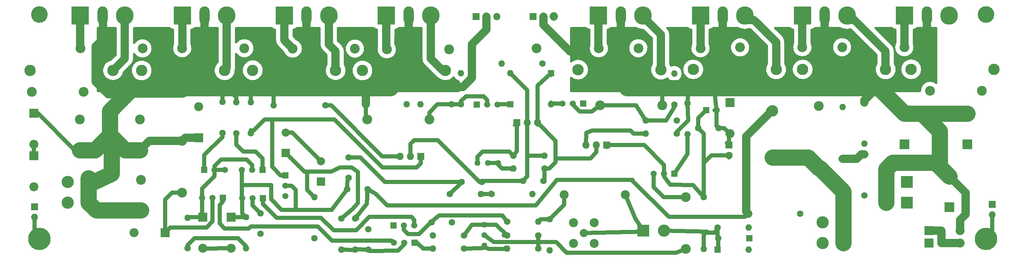
<source format=gbr>
G04 #@! TF.FileFunction,Copper,L2,Bot,Signal*
%FSLAX46Y46*%
G04 Gerber Fmt 4.6, Leading zero omitted, Abs format (unit mm)*
G04 Created by KiCad (PCBNEW 4.0.7) date 04/30/21 07:54:44*
%MOMM*%
%LPD*%
G01*
G04 APERTURE LIST*
%ADD10C,0.100000*%
%ADD11C,1.600000*%
%ADD12O,1.600000X1.600000*%
%ADD13R,2.400000X2.400000*%
%ADD14C,2.400000*%
%ADD15O,2.400000X2.400000*%
%ADD16C,1.520000*%
%ADD17R,1.520000X1.520000*%
%ADD18R,2.200000X2.200000*%
%ADD19O,2.200000X2.200000*%
%ADD20C,2.200000*%
%ADD21C,2.000000*%
%ADD22R,1.600000X1.600000*%
%ADD23R,2.000000X2.000000*%
%ADD24R,1.800000X1.800000*%
%ADD25C,1.800000*%
%ADD26C,1.440000*%
%ADD27C,2.800000*%
%ADD28O,2.800000X2.800000*%
%ADD29C,5.500000*%
%ADD30C,4.064000*%
%ADD31O,1.800000X1.800000*%
%ADD32R,1.700000X1.700000*%
%ADD33O,1.700000X1.700000*%
%ADD34R,3.000000X3.000000*%
%ADD35C,3.000000*%
%ADD36R,4.300000X4.500000*%
%ADD37O,2.500000X4.500000*%
%ADD38O,4.300000X4.500000*%
%ADD39C,1.000000*%
%ADD40C,0.500000*%
%ADD41C,2.000000*%
%ADD42C,4.000000*%
G04 APERTURE END LIST*
D10*
D11*
X66280000Y-104300000D03*
D12*
X66280000Y-96800000D03*
D13*
X54825000Y-95000000D03*
D14*
X54825000Y-87500000D03*
X151850000Y-55300000D03*
D15*
X167090000Y-55300000D03*
D16*
X183060000Y-86000000D03*
X180520000Y-86000000D03*
D17*
X185600000Y-86000000D03*
D16*
X72940000Y-85100000D03*
X75480000Y-85100000D03*
D17*
X70400000Y-85100000D03*
D11*
X100100000Y-69250000D03*
D12*
X87400000Y-69250000D03*
D18*
X199200000Y-68600000D03*
D19*
X199200000Y-76220000D03*
D13*
X54625000Y-80250000D03*
D14*
X54625000Y-72750000D03*
D20*
X160880000Y-103070000D03*
X160880000Y-97990000D03*
X165960000Y-97990000D03*
X165960000Y-103070000D03*
D21*
X163420000Y-100530000D03*
D22*
X193400000Y-70400000D03*
D11*
X195900000Y-70400000D03*
D16*
X119340000Y-98700000D03*
X121880000Y-98700000D03*
D17*
X116800000Y-98700000D03*
D11*
X186200000Y-73000000D03*
D12*
X178580000Y-73000000D03*
D11*
X84180000Y-100750000D03*
X84180000Y-95750000D03*
X196400000Y-74800000D03*
X191400000Y-74800000D03*
X110600000Y-104600000D03*
X110600000Y-99600000D03*
D23*
X90350000Y-80900000D03*
D21*
X90350000Y-75900000D03*
D23*
X99000000Y-87950000D03*
D21*
X99000000Y-82950000D03*
D11*
X105750000Y-87050000D03*
X105750000Y-82050000D03*
X153250000Y-59000000D03*
D12*
X143250000Y-59000000D03*
D11*
X232200000Y-91300000D03*
D12*
X232200000Y-81300000D03*
D11*
X110000000Y-69000000D03*
D12*
X120000000Y-69000000D03*
D13*
X257400000Y-78800000D03*
D14*
X257400000Y-71300000D03*
D11*
X232200000Y-68600000D03*
D12*
X232200000Y-78600000D03*
D18*
X60800000Y-100470000D03*
D19*
X53180000Y-100470000D03*
D24*
X199000000Y-79000000D03*
D25*
X199000000Y-81540000D03*
D22*
X145400000Y-69000000D03*
D12*
X145400000Y-61380000D03*
D22*
X155400000Y-61400000D03*
D12*
X155400000Y-69020000D03*
D18*
X68975000Y-77200000D03*
D19*
X68975000Y-69580000D03*
D11*
X144600000Y-97800000D03*
D12*
X152220000Y-97800000D03*
D11*
X155000000Y-97200000D03*
D12*
X155000000Y-104820000D03*
D11*
X78250000Y-76100000D03*
D12*
X78250000Y-68480000D03*
D11*
X74850000Y-76050000D03*
D12*
X74850000Y-68430000D03*
D11*
X80630000Y-96710000D03*
D12*
X80630000Y-104330000D03*
D11*
X134000000Y-101200000D03*
D12*
X126380000Y-101200000D03*
D11*
X134000000Y-104400000D03*
D12*
X126380000Y-104400000D03*
D11*
X152200000Y-101200000D03*
D12*
X144580000Y-101200000D03*
D11*
X152200000Y-104400000D03*
D12*
X144580000Y-104400000D03*
D26*
X139000000Y-103600000D03*
X139000000Y-101060000D03*
X139000000Y-98520000D03*
D14*
X188400000Y-91800000D03*
D15*
X188400000Y-104500000D03*
D11*
X188850000Y-68750000D03*
D12*
X188850000Y-76370000D03*
D14*
X64925000Y-90700000D03*
D15*
X64925000Y-78000000D03*
D11*
X107400000Y-97000000D03*
D12*
X107400000Y-104620000D03*
D11*
X104000000Y-97000000D03*
D12*
X104000000Y-104620000D03*
D11*
X192800000Y-91800000D03*
D12*
X192800000Y-104500000D03*
D11*
X81750000Y-76100000D03*
D12*
X81750000Y-68480000D03*
D11*
X146100000Y-81600000D03*
D12*
X153720000Y-81600000D03*
D26*
X142400000Y-83400000D03*
X139860000Y-83400000D03*
X137320000Y-83400000D03*
D11*
X153750000Y-84750000D03*
D12*
X146130000Y-84750000D03*
D11*
X186200000Y-76200000D03*
D12*
X178580000Y-76200000D03*
D11*
X131000000Y-69000000D03*
D12*
X123380000Y-69000000D03*
D14*
X182600000Y-69200000D03*
D15*
X167360000Y-69200000D03*
D11*
X133250000Y-69000000D03*
D12*
X133250000Y-61380000D03*
D11*
X185560000Y-69070000D03*
D12*
X185560000Y-61450000D03*
D14*
X28150000Y-65950000D03*
D15*
X40850000Y-65950000D03*
D14*
X260950000Y-65700000D03*
D15*
X248250000Y-65700000D03*
D11*
X226800000Y-82400000D03*
D12*
X226800000Y-69700000D03*
D27*
X27700000Y-60650000D03*
D28*
X48020000Y-60650000D03*
D27*
X263950000Y-60400000D03*
D28*
X243630000Y-60400000D03*
D27*
X55050000Y-60700000D03*
D28*
X75370000Y-60700000D03*
D27*
X237350000Y-60450000D03*
D28*
X217030000Y-60450000D03*
D27*
X82250000Y-60650000D03*
D28*
X102570000Y-60650000D03*
D27*
X210550000Y-60450000D03*
D28*
X190230000Y-60450000D03*
D27*
X109150000Y-60700000D03*
D28*
X129470000Y-60700000D03*
D27*
X182300000Y-60500000D03*
D28*
X161980000Y-60500000D03*
D29*
X262000000Y-102000000D03*
D30*
X262000000Y-47000000D03*
D29*
X30000000Y-102000000D03*
D30*
X30000000Y-47000000D03*
D13*
X39850000Y-80250000D03*
D14*
X39850000Y-72750000D03*
D13*
X242000000Y-78800000D03*
D14*
X242000000Y-71300000D03*
D13*
X253000000Y-94200000D03*
D14*
X253000000Y-86700000D03*
X125550000Y-72700000D03*
D15*
X110310000Y-72700000D03*
D20*
X158600000Y-91200000D03*
X173600000Y-91200000D03*
D24*
X123450000Y-81750000D03*
D31*
X120910000Y-81750000D03*
X118370000Y-81750000D03*
D24*
X147000000Y-73500000D03*
D31*
X149540000Y-73500000D03*
X152080000Y-73500000D03*
D24*
X169000000Y-79000000D03*
D31*
X166460000Y-79000000D03*
X163920000Y-79000000D03*
D24*
X137000000Y-47500000D03*
D31*
X139540000Y-47500000D03*
X142080000Y-47500000D03*
D24*
X151000000Y-47500000D03*
D31*
X153540000Y-47500000D03*
X156080000Y-47500000D03*
D27*
X209600000Y-82000000D03*
X209600000Y-70570000D03*
D14*
X221000000Y-69400000D03*
D15*
X221000000Y-84640000D03*
D16*
X119360000Y-102900000D03*
X116820000Y-102900000D03*
D17*
X121900000Y-102900000D03*
D16*
X82110000Y-85050000D03*
X79570000Y-85050000D03*
D17*
X84650000Y-85050000D03*
D16*
X82210000Y-92000000D03*
X79670000Y-92000000D03*
D17*
X84750000Y-92000000D03*
D16*
X72410000Y-91950000D03*
X69870000Y-91950000D03*
D17*
X74950000Y-91950000D03*
D16*
X90300000Y-88990000D03*
X90300000Y-91530000D03*
D17*
X90300000Y-86450000D03*
D16*
X139740000Y-69100000D03*
X142280000Y-69100000D03*
D17*
X137200000Y-69100000D03*
D16*
X160660000Y-68800000D03*
X158120000Y-68800000D03*
D17*
X163200000Y-68800000D03*
D18*
X28600000Y-71200000D03*
D19*
X28600000Y-78820000D03*
D18*
X248000000Y-100000000D03*
D19*
X255620000Y-100000000D03*
D18*
X28600000Y-81600000D03*
D19*
X28600000Y-89220000D03*
D18*
X248000000Y-103000000D03*
D19*
X255620000Y-103000000D03*
D11*
X97350000Y-101800000D03*
D12*
X97350000Y-91800000D03*
D11*
X216400000Y-95800000D03*
D12*
X203700000Y-95800000D03*
D11*
X140800000Y-91000000D03*
D12*
X150800000Y-91000000D03*
D11*
X133400000Y-88000000D03*
X138400000Y-88000000D03*
X130600000Y-91000000D03*
D12*
X138220000Y-91000000D03*
D32*
X263460000Y-93540000D03*
D33*
X263460000Y-96080000D03*
D32*
X28770000Y-94110000D03*
D33*
X28770000Y-96650000D03*
D34*
X227000000Y-97900000D03*
D35*
X221920000Y-97900000D03*
D34*
X227000000Y-102980000D03*
D35*
X221920000Y-102980000D03*
D34*
X242600000Y-88000000D03*
D35*
X237520000Y-88000000D03*
D34*
X242600000Y-93080000D03*
D35*
X237520000Y-93080000D03*
D34*
X42000000Y-88000000D03*
D35*
X36920000Y-88000000D03*
D34*
X42000000Y-93080000D03*
D35*
X36920000Y-93080000D03*
D34*
X178000000Y-100000000D03*
D35*
X183080000Y-100000000D03*
D11*
X105400000Y-89800000D03*
X110400000Y-89800000D03*
D22*
X196200000Y-104600000D03*
D12*
X203820000Y-104600000D03*
D22*
X204000000Y-101800000D03*
D12*
X196380000Y-101800000D03*
D11*
X196200000Y-99200000D03*
D12*
X203820000Y-99200000D03*
D14*
X130350000Y-55550000D03*
D15*
X115110000Y-55550000D03*
D14*
X107300000Y-55350000D03*
D15*
X92060000Y-55350000D03*
D14*
X80200000Y-55250000D03*
D15*
X64960000Y-55250000D03*
D14*
X55250000Y-55300000D03*
D15*
X40010000Y-55300000D03*
D14*
X226700000Y-55000000D03*
D15*
X241940000Y-55000000D03*
D14*
X201700000Y-55050000D03*
D15*
X216940000Y-55050000D03*
D14*
X176750000Y-55250000D03*
D15*
X191990000Y-55250000D03*
D36*
X242000000Y-47200000D03*
D37*
X247450000Y-47200000D03*
D38*
X252900000Y-47200000D03*
D36*
X217000000Y-47200000D03*
D37*
X222450000Y-47200000D03*
D38*
X227900000Y-47200000D03*
D36*
X192000000Y-47200000D03*
D37*
X197450000Y-47200000D03*
D38*
X202900000Y-47200000D03*
D36*
X115000000Y-47200000D03*
D37*
X120450000Y-47200000D03*
D38*
X125900000Y-47200000D03*
D36*
X90000000Y-47200000D03*
D37*
X95450000Y-47200000D03*
D38*
X100900000Y-47200000D03*
D36*
X65000000Y-47200000D03*
D37*
X70450000Y-47200000D03*
D38*
X75900000Y-47200000D03*
D36*
X40000000Y-47200000D03*
D37*
X45450000Y-47200000D03*
D38*
X50900000Y-47200000D03*
D36*
X167000000Y-47200000D03*
D37*
X172450000Y-47200000D03*
D38*
X177900000Y-47200000D03*
D11*
X153500000Y-87750000D03*
X148500000Y-87750000D03*
X131100000Y-97900000D03*
X126100000Y-97900000D03*
D18*
X76930000Y-96700000D03*
D19*
X76930000Y-104320000D03*
D18*
X70060000Y-96680000D03*
D19*
X70060000Y-104300000D03*
D39*
X155000000Y-97200000D02*
X152820000Y-97200000D01*
X152820000Y-97200000D02*
X152220000Y-97800000D01*
X158600000Y-91200000D02*
X158600000Y-93600000D01*
X158600000Y-93600000D02*
X155000000Y-97200000D01*
X163420000Y-100530000D02*
X177800000Y-100200000D01*
X177800000Y-100200000D02*
X178000000Y-100000000D01*
X173600000Y-91200000D02*
X176000000Y-97000000D01*
X176000000Y-97000000D02*
X178000000Y-100000000D01*
X221500000Y-103400000D02*
X221920000Y-102980000D01*
X126300000Y-98000000D02*
X125850000Y-98000000D01*
X125850000Y-98000000D02*
X123000000Y-100850000D01*
X119340000Y-99840000D02*
X119340000Y-98700000D01*
X120350000Y-100850000D02*
X119340000Y-99840000D01*
X123000000Y-100850000D02*
X120350000Y-100850000D01*
X126300000Y-97570000D02*
X127945000Y-96245000D01*
X127945000Y-96245000D02*
X143445000Y-96245000D01*
X143445000Y-96245000D02*
X144600000Y-97800000D01*
X126300000Y-98000000D02*
X126300000Y-97570000D01*
X126300000Y-98000000D02*
X126300000Y-97950000D01*
D40*
X126300000Y-98000000D02*
X126300000Y-97500000D01*
X126300000Y-98000000D02*
X126550000Y-98000000D01*
X144100000Y-97800000D02*
X144600000Y-97800000D01*
D39*
X66280000Y-104300000D02*
X66280000Y-103520000D01*
X66280000Y-103520000D02*
X67960000Y-101840000D01*
X67960000Y-101840000D02*
X78700000Y-101840000D01*
X78700000Y-101840000D02*
X80630000Y-103770000D01*
X80630000Y-103770000D02*
X80630000Y-104330000D01*
X80590000Y-104370000D02*
X80630000Y-104330000D01*
X80610000Y-104310000D02*
X80630000Y-104330000D01*
X70060000Y-96680000D02*
X66400000Y-96680000D01*
X66400000Y-96680000D02*
X66280000Y-96800000D01*
X69870000Y-91950000D02*
X69870000Y-96490000D01*
X69870000Y-96490000D02*
X70060000Y-96680000D01*
X69870000Y-91950000D02*
X69870000Y-89680000D01*
X69870000Y-89680000D02*
X72940000Y-86610000D01*
X72940000Y-86610000D02*
X72940000Y-85100000D01*
X75480000Y-85100000D02*
X72940000Y-85100000D01*
X72940000Y-85100000D02*
X72940000Y-84110000D01*
X82110000Y-83860000D02*
X82110000Y-85050000D01*
X80750000Y-82500000D02*
X82110000Y-83860000D01*
X74550000Y-82500000D02*
X80750000Y-82500000D01*
X72940000Y-84110000D02*
X74550000Y-82500000D01*
X72410000Y-91950000D02*
X72410000Y-97730000D01*
X62090000Y-99180000D02*
X60800000Y-100470000D01*
X70960000Y-99180000D02*
X62090000Y-99180000D01*
X72410000Y-97730000D02*
X70960000Y-99180000D01*
X64925000Y-90700000D02*
X62490000Y-90700000D01*
X62490000Y-90700000D02*
X60800000Y-92390000D01*
X60800000Y-92390000D02*
X60800000Y-100470000D01*
X64925000Y-90700000D02*
X64925000Y-91375000D01*
X82210000Y-92000000D02*
X82210000Y-93780000D01*
X82210000Y-93780000D02*
X84180000Y-95750000D01*
X64925000Y-90700000D02*
X64925000Y-90825000D01*
D41*
X172450000Y-47200000D02*
X172450000Y-61450000D01*
X172450000Y-61450000D02*
X176000000Y-65000000D01*
X247450000Y-47200000D02*
X247450000Y-52550000D01*
X247450000Y-52550000D02*
X246500000Y-53500000D01*
X222450000Y-48300000D02*
X222450000Y-52950000D01*
X222000000Y-53400000D02*
X222000000Y-65000000D01*
X222450000Y-52950000D02*
X222000000Y-53400000D01*
X197450000Y-48300000D02*
X197450000Y-52000000D01*
X196650000Y-62300000D02*
X193950000Y-65000000D01*
X196650000Y-52800000D02*
X196650000Y-62300000D01*
X197450000Y-52000000D02*
X196650000Y-52800000D01*
X153540000Y-47500000D02*
X153540000Y-49540000D01*
X168050000Y-64750000D02*
X173750000Y-64750000D01*
X166950000Y-63650000D02*
X168050000Y-64750000D01*
X166950000Y-60050000D02*
X166950000Y-63650000D01*
X162950000Y-56050000D02*
X166950000Y-60050000D01*
X160050000Y-56050000D02*
X162950000Y-56050000D01*
X153540000Y-49540000D02*
X160050000Y-56050000D01*
D42*
X237520000Y-93080000D02*
X237520000Y-88000000D01*
X237520000Y-88000000D02*
X237520000Y-84880000D01*
X249600000Y-83300000D02*
X250600000Y-84300000D01*
X239100000Y-83300000D02*
X249600000Y-83300000D01*
X237520000Y-84880000D02*
X239100000Y-83300000D01*
D39*
X199000000Y-76420000D02*
X199200000Y-76220000D01*
X199000000Y-79000000D02*
X199000000Y-76420000D01*
X195900000Y-70400000D02*
X195900000Y-74300000D01*
X195900000Y-74300000D02*
X196400000Y-74800000D01*
X196400000Y-74800000D02*
X197780000Y-74800000D01*
X197780000Y-74800000D02*
X199200000Y-76220000D01*
X182600000Y-69200000D02*
X182600000Y-66400000D01*
X182600000Y-66400000D02*
X184000000Y-65000000D01*
X186200000Y-76200000D02*
X186200000Y-75800000D01*
X186200000Y-75800000D02*
X189000000Y-73000000D01*
X189000000Y-73000000D02*
X188850000Y-68750000D01*
X188850000Y-68750000D02*
X189000000Y-65500000D01*
X189000000Y-65500000D02*
X189500000Y-65000000D01*
X198480000Y-75500000D02*
X199200000Y-76220000D01*
X195900000Y-70400000D02*
X195300000Y-65000000D01*
X195400000Y-66200000D02*
X195400000Y-65000000D01*
X195400000Y-65100000D02*
X195400000Y-66200000D01*
X195300000Y-65000000D02*
X195400000Y-65100000D01*
X198500000Y-78500000D02*
X199000000Y-79000000D01*
D41*
X255620000Y-100000000D02*
X255620000Y-97380000D01*
X257000000Y-90700000D02*
X253000000Y-86700000D01*
X257000000Y-96000000D02*
X257000000Y-90700000D01*
X255620000Y-97380000D02*
X257000000Y-96000000D01*
D39*
X199200000Y-76220000D02*
X199200000Y-75600000D01*
X189750000Y-65000000D02*
X189500000Y-65250000D01*
X189500000Y-65250000D02*
X189500000Y-66400000D01*
X189500000Y-66400000D02*
X189500000Y-65000000D01*
D41*
X232200000Y-68600000D02*
X232200000Y-68000000D01*
X232200000Y-68000000D02*
X235200000Y-65000000D01*
D42*
X242000000Y-71300000D02*
X246300000Y-71300000D01*
X250600000Y-84300000D02*
X253000000Y-86700000D01*
X250600000Y-75600000D02*
X250600000Y-84300000D01*
X246300000Y-71300000D02*
X250600000Y-75600000D01*
X242000000Y-71300000D02*
X257400000Y-71300000D01*
X224000000Y-65000000D02*
X235200000Y-65000000D01*
X224000000Y-65000000D02*
X222000000Y-65000000D01*
X235200000Y-65000000D02*
X235700000Y-65000000D01*
X235700000Y-65000000D02*
X242000000Y-71300000D01*
D41*
X173750000Y-64750000D02*
X174000000Y-65000000D01*
D40*
X174000000Y-65000000D02*
X173500000Y-65000000D01*
X173500000Y-65000000D02*
X173250000Y-65250000D01*
X173250000Y-65250000D02*
X173250000Y-64250000D01*
D41*
X173250000Y-64250000D02*
X174000000Y-65000000D01*
D42*
X174000000Y-65000000D02*
X176000000Y-65000000D01*
X184000000Y-65000000D02*
X189500000Y-65000000D01*
X189500000Y-65000000D02*
X189750000Y-65000000D01*
X176000000Y-65000000D02*
X184000000Y-65000000D01*
X189750000Y-65000000D02*
X193950000Y-65000000D01*
X193950000Y-65000000D02*
X195400000Y-65000000D01*
X195400000Y-65000000D02*
X195800000Y-65000000D01*
X222000000Y-65000000D02*
X207000000Y-65000000D01*
X204000000Y-65000000D02*
X207000000Y-65000000D01*
X196000000Y-65000000D02*
X200000000Y-65000000D01*
X200000000Y-65000000D02*
X204000000Y-65000000D01*
X195800000Y-65000000D02*
X196000000Y-65000000D01*
D39*
X195400000Y-70400000D02*
X195700000Y-70400000D01*
D40*
X195400000Y-70400000D02*
X195400000Y-70650000D01*
D39*
X107400000Y-104620000D02*
X107130000Y-104620000D01*
X107130000Y-104620000D02*
X107030000Y-104720000D01*
X107030000Y-104720000D02*
X104000000Y-104620000D01*
X119360000Y-102900000D02*
X119360000Y-103390000D01*
X119360000Y-103390000D02*
X117900000Y-104850000D01*
X117900000Y-104850000D02*
X110950000Y-104950000D01*
X110950000Y-104950000D02*
X110600000Y-104600000D01*
X110600000Y-104600000D02*
X107470000Y-104550000D01*
X107470000Y-104550000D02*
X107400000Y-104620000D01*
X107430000Y-104650000D02*
X107400000Y-104620000D01*
D42*
X227000000Y-97900000D02*
X227000000Y-102980000D01*
X221000000Y-84640000D02*
X221240000Y-84640000D01*
X221240000Y-84640000D02*
X227000000Y-90400000D01*
X227000000Y-90400000D02*
X227000000Y-97900000D01*
X209600000Y-82000000D02*
X211400000Y-82000000D01*
X218360000Y-82000000D02*
X221000000Y-84640000D01*
X211400000Y-82000000D02*
X218360000Y-82000000D01*
D39*
X90350000Y-75900000D02*
X91950000Y-75900000D01*
X91950000Y-75900000D02*
X99000000Y-82950000D01*
X99150000Y-82800000D02*
X99000000Y-82950000D01*
X148500000Y-87750000D02*
X138650000Y-87750000D01*
X138650000Y-87750000D02*
X138400000Y-88000000D01*
X149540000Y-81600000D02*
X149540000Y-86710000D01*
X149540000Y-86710000D02*
X148500000Y-87750000D01*
X149540000Y-81600000D02*
X149540000Y-81200000D01*
X149540000Y-73500000D02*
X149540000Y-81200000D01*
X153720000Y-81600000D02*
X149540000Y-81600000D01*
X127600000Y-77800000D02*
X137800000Y-88000000D01*
X121800000Y-77800000D02*
X120910000Y-78690000D01*
X120910000Y-78690000D02*
X120910000Y-81750000D01*
X123800000Y-77800000D02*
X121800000Y-77800000D01*
X123800000Y-77800000D02*
X127600000Y-77800000D01*
X138600000Y-88200000D02*
X138400000Y-88000000D01*
X137800000Y-88000000D02*
X138400000Y-88000000D01*
X149540000Y-73500000D02*
X149540000Y-70560000D01*
X149540000Y-70560000D02*
X149540000Y-65520000D01*
X149540000Y-65520000D02*
X145400000Y-61380000D01*
D40*
X120750000Y-81910000D02*
X120910000Y-81750000D01*
D39*
X153750000Y-84750000D02*
X153750000Y-87500000D01*
X153750000Y-87500000D02*
X153500000Y-87750000D01*
X153750000Y-84750000D02*
X154950000Y-84750000D01*
X156500000Y-83200000D02*
X156500000Y-82250000D01*
X154950000Y-84750000D02*
X156500000Y-83200000D01*
X166460000Y-79000000D02*
X166460000Y-80790000D01*
X156500000Y-82250000D02*
X156500000Y-81100000D01*
X156500000Y-81100000D02*
X156500000Y-77920000D01*
X156500000Y-77920000D02*
X152080000Y-73500000D01*
X166460000Y-80790000D02*
X165000000Y-82250000D01*
X165000000Y-82250000D02*
X156500000Y-82250000D01*
X166460000Y-79000000D02*
X166460000Y-79415000D01*
X152080000Y-73500000D02*
X152080000Y-73980000D01*
X152080000Y-73500000D02*
X152080000Y-64420000D01*
X152080000Y-64420000D02*
X155400000Y-61400000D01*
D40*
X166460000Y-79790000D02*
X166460000Y-79000000D01*
X152600000Y-74020000D02*
X152080000Y-73500000D01*
X155400000Y-62150000D02*
X155400000Y-61400000D01*
X155230000Y-61230000D02*
X155400000Y-61400000D01*
D41*
X139540000Y-47500000D02*
X139540000Y-50710000D01*
X133750000Y-64750000D02*
X117250000Y-64750000D01*
X136000000Y-62500000D02*
X133750000Y-64750000D01*
X136000000Y-54250000D02*
X136000000Y-62500000D01*
X139540000Y-50710000D02*
X136000000Y-54250000D01*
X120450000Y-47200000D02*
X120450000Y-61550000D01*
X120450000Y-61550000D02*
X117250000Y-64750000D01*
X117250000Y-64750000D02*
X117000000Y-65000000D01*
X117000000Y-65000000D02*
X116000000Y-65000000D01*
X95450000Y-48300000D02*
X95450000Y-53100000D01*
X96550000Y-54200000D02*
X96550000Y-65000000D01*
X95450000Y-53100000D02*
X96550000Y-54200000D01*
D42*
X103500000Y-65000000D02*
X96550000Y-65000000D01*
X96550000Y-65000000D02*
X96000000Y-65000000D01*
D41*
X45550000Y-48350000D02*
X45450000Y-53100000D01*
X46800000Y-66550000D02*
X51350000Y-66550000D01*
X43750000Y-63500000D02*
X46800000Y-66550000D01*
X43750000Y-54800000D02*
X43750000Y-63500000D01*
X45450000Y-53100000D02*
X43750000Y-54800000D01*
D39*
X78250000Y-68480000D02*
X78250000Y-67300000D01*
X78250000Y-67300000D02*
X75950000Y-65000000D01*
X81750000Y-68480000D02*
X81750000Y-65750000D01*
X81750000Y-65750000D02*
X81000000Y-65000000D01*
X78250000Y-68480000D02*
X78250000Y-67750000D01*
X110000000Y-69000000D02*
X110000000Y-72390000D01*
X110000000Y-72390000D02*
X110310000Y-72700000D01*
X87400000Y-69250000D02*
X87400000Y-66650000D01*
X87400000Y-66650000D02*
X85750000Y-65000000D01*
X74850000Y-68430000D02*
X74850000Y-66100000D01*
X74850000Y-66100000D02*
X75950000Y-65000000D01*
X75950000Y-65000000D02*
X78000000Y-65000000D01*
X78350000Y-65350000D02*
X78350000Y-65000000D01*
X78000000Y-65000000D02*
X78350000Y-65350000D01*
D41*
X110000000Y-69000000D02*
X110000000Y-65700000D01*
X110000000Y-65700000D02*
X109300000Y-65000000D01*
X111000000Y-65000000D02*
X112000000Y-66000000D01*
X112000000Y-66000000D02*
X112000000Y-65000000D01*
D42*
X54825000Y-95000000D02*
X43920000Y-95000000D01*
X43920000Y-95000000D02*
X42000000Y-93080000D01*
X42000000Y-93080000D02*
X42000000Y-88000000D01*
D39*
X39850000Y-80250000D02*
X38650000Y-80250000D01*
X38650000Y-80250000D02*
X29600000Y-71200000D01*
X29600000Y-71200000D02*
X28600000Y-71200000D01*
D41*
X64925000Y-78000000D02*
X56875000Y-78000000D01*
X56875000Y-78000000D02*
X54625000Y-80250000D01*
D42*
X42000000Y-88000000D02*
X43375000Y-88000000D01*
X43375000Y-88000000D02*
X47700000Y-85975000D01*
X47700000Y-85975000D02*
X47700000Y-76950000D01*
X54625000Y-80250000D02*
X51000000Y-80250000D01*
X51000000Y-80250000D02*
X47700000Y-76950000D01*
X47700000Y-76950000D02*
X47250000Y-76500000D01*
X39850000Y-80250000D02*
X43625000Y-80250000D01*
X47250000Y-70650000D02*
X51350000Y-66550000D01*
X47250000Y-76500000D02*
X47250000Y-70650000D01*
X51350000Y-66550000D02*
X52575676Y-65324324D01*
X59925676Y-65324324D02*
X57275676Y-65324324D01*
X57275676Y-65324324D02*
X52575676Y-65324324D01*
X64945946Y-65324324D02*
X65000000Y-65000000D01*
X75950000Y-65000000D02*
X70000000Y-65000000D01*
X70000000Y-65000000D02*
X65000000Y-65000000D01*
X64945946Y-65324324D02*
X59925676Y-65324324D01*
X47250000Y-76625000D02*
X47250000Y-76500000D01*
X43625000Y-80250000D02*
X47250000Y-76625000D01*
D41*
X68975000Y-77200000D02*
X65725000Y-77200000D01*
X65725000Y-77200000D02*
X64925000Y-78000000D01*
D39*
X96000000Y-65000000D02*
X95800000Y-65200000D01*
X95800000Y-65200000D02*
X95800000Y-65900000D01*
X95800000Y-65900000D02*
X95800000Y-65200000D01*
D42*
X42000000Y-88000000D02*
X42000000Y-87100000D01*
D40*
X96000000Y-65000000D02*
X96250000Y-65250000D01*
X96250000Y-65250000D02*
X96250000Y-65450000D01*
X96250000Y-65450000D02*
X96250000Y-65250000D01*
X104500000Y-65000000D02*
X104500000Y-65500000D01*
X104500000Y-65500000D02*
X104500000Y-65000000D01*
X99000000Y-65000000D02*
X99000000Y-65500000D01*
X99000000Y-65500000D02*
X99000000Y-65000000D01*
D41*
X91000000Y-65000000D02*
X91000000Y-66000000D01*
X91000000Y-66000000D02*
X91000000Y-65000000D01*
X96250000Y-65250000D02*
X96000000Y-65000000D01*
D42*
X96000000Y-65000000D02*
X91000000Y-65000000D01*
X91000000Y-65000000D02*
X85750000Y-65000000D01*
X85750000Y-65000000D02*
X81000000Y-65000000D01*
X81000000Y-65000000D02*
X78350000Y-65000000D01*
X78350000Y-65000000D02*
X75950000Y-65000000D01*
X99000000Y-65000000D02*
X101300000Y-65000000D01*
X101300000Y-65000000D02*
X103500000Y-65000000D01*
X103500000Y-65000000D02*
X104500000Y-65000000D01*
X104500000Y-65000000D02*
X106875000Y-65000000D01*
X106875000Y-65000000D02*
X109300000Y-65000000D01*
X109300000Y-65000000D02*
X112000000Y-65000000D01*
X112000000Y-65000000D02*
X111000000Y-65000000D01*
X111000000Y-65000000D02*
X114000000Y-65000000D01*
X114000000Y-65000000D02*
X116000000Y-65000000D01*
D41*
X70450000Y-65000000D02*
X70000000Y-65450000D01*
X70450000Y-48200000D02*
X70450000Y-65000000D01*
D39*
X145400000Y-69000000D02*
X142380000Y-69000000D01*
X142380000Y-69000000D02*
X142280000Y-69100000D01*
X158120000Y-68800000D02*
X155620000Y-68800000D01*
X155620000Y-68800000D02*
X155400000Y-69020000D01*
X155400000Y-69020000D02*
X155400000Y-68600000D01*
D40*
X158120000Y-68800000D02*
X158120000Y-68880000D01*
X155400000Y-69020000D02*
X156030000Y-69020000D01*
X155530000Y-69150000D02*
X155400000Y-69020000D01*
X155630000Y-69250000D02*
X155400000Y-69020000D01*
D39*
X84750000Y-92000000D02*
X84750000Y-93470000D01*
X121880000Y-97350000D02*
X121880000Y-98700000D01*
X121150000Y-96620000D02*
X121880000Y-97350000D01*
X110870000Y-96560000D02*
X121150000Y-96620000D01*
X107580000Y-99850000D02*
X110870000Y-96560000D01*
X102090000Y-99910000D02*
X107580000Y-99850000D01*
X99020000Y-96840000D02*
X102090000Y-99910000D01*
X88120000Y-96840000D02*
X99020000Y-96840000D01*
X84750000Y-93470000D02*
X88120000Y-96840000D01*
X126180000Y-101000000D02*
X126380000Y-101200000D01*
X81300000Y-99450000D02*
X75370000Y-99450000D01*
X87380000Y-98940000D02*
X81810000Y-98940000D01*
X81300000Y-99450000D02*
X81810000Y-98940000D01*
X74950000Y-92890000D02*
X74950000Y-91950000D01*
X74150000Y-93690000D02*
X74950000Y-92890000D01*
X74150000Y-98230000D02*
X74150000Y-93690000D01*
X75370000Y-99450000D02*
X74150000Y-98230000D01*
X101700000Y-102400000D02*
X116320000Y-102400000D01*
X98240000Y-98940000D02*
X101700000Y-102400000D01*
X86900000Y-98940000D02*
X87380000Y-98940000D01*
X87380000Y-98940000D02*
X98240000Y-98940000D01*
X116320000Y-102400000D02*
X116820000Y-102900000D01*
D40*
X116720000Y-102800000D02*
X116820000Y-102900000D01*
D39*
X116700000Y-102900000D02*
X116820000Y-102900000D01*
X116820000Y-102670000D02*
X116820000Y-102900000D01*
X116820000Y-102900000D02*
X116550000Y-102900000D01*
X121900000Y-102900000D02*
X122550000Y-102900000D01*
X122550000Y-102900000D02*
X124050000Y-104400000D01*
X124050000Y-104400000D02*
X126380000Y-104400000D01*
D40*
X126040000Y-104740000D02*
X126380000Y-104400000D01*
D39*
X180520000Y-86000000D02*
X180520000Y-89320000D01*
X183000000Y-91800000D02*
X188400000Y-91800000D01*
X180520000Y-89320000D02*
X183000000Y-91800000D01*
D40*
X187730000Y-91130000D02*
X188400000Y-91800000D01*
D39*
X188850000Y-76370000D02*
X188850000Y-81150000D01*
X188850000Y-81150000D02*
X185600000Y-86000000D01*
X100100000Y-69250000D02*
X101500000Y-69250000D01*
X114000000Y-81750000D02*
X118370000Y-81750000D01*
X101500000Y-69250000D02*
X114000000Y-81750000D01*
X97450000Y-72700000D02*
X102300000Y-72700000D01*
X102300000Y-72700000D02*
X114050000Y-84450000D01*
X90300000Y-86450000D02*
X89100000Y-86450000D01*
X87000000Y-84350000D02*
X87000000Y-72700000D01*
X89100000Y-86450000D02*
X87000000Y-84350000D01*
X123450000Y-81750000D02*
X123450000Y-83450000D01*
X123450000Y-83450000D02*
X122450000Y-84450000D01*
X122450000Y-84450000D02*
X114050000Y-84450000D01*
X85150000Y-72700000D02*
X81750000Y-76100000D01*
X97450000Y-72700000D02*
X87000000Y-72700000D01*
X87000000Y-72700000D02*
X85150000Y-72700000D01*
X81750000Y-76100000D02*
X81750000Y-75300000D01*
X133250000Y-69000000D02*
X133250000Y-68250000D01*
X133250000Y-68250000D02*
X134500000Y-67000000D01*
X139740000Y-67890000D02*
X139740000Y-69100000D01*
X138850000Y-67000000D02*
X139740000Y-67890000D01*
X134500000Y-67000000D02*
X138850000Y-67000000D01*
X125550000Y-72700000D02*
X125550000Y-71000000D01*
X127550000Y-69000000D02*
X131000000Y-69000000D01*
X125550000Y-71000000D02*
X127550000Y-69000000D01*
X125150000Y-72300000D02*
X125550000Y-72700000D01*
X133250000Y-69000000D02*
X131300000Y-69000000D01*
X131300000Y-69000000D02*
X131000000Y-69000000D01*
D40*
X125250000Y-72400000D02*
X125550000Y-72700000D01*
D39*
X167360000Y-69200000D02*
X176180000Y-69200000D01*
X176180000Y-69200000D02*
X178580000Y-73000000D01*
X178580000Y-73000000D02*
X183600000Y-73000000D01*
X183600000Y-73000000D02*
X185560000Y-69670000D01*
X185560000Y-69670000D02*
X185560000Y-69070000D01*
X160660000Y-68800000D02*
X160660000Y-69060000D01*
X160660000Y-69060000D02*
X162400000Y-70800000D01*
X162400000Y-70800000D02*
X165360000Y-70800000D01*
X165360000Y-70800000D02*
X167360000Y-69200000D01*
D41*
X50900000Y-48350000D02*
X50900000Y-57770000D01*
X50900000Y-57770000D02*
X48020000Y-60650000D01*
X75900000Y-48200000D02*
X75900000Y-60170000D01*
X75900000Y-60170000D02*
X75370000Y-60700000D01*
X227900000Y-48300000D02*
X229700000Y-48300000D01*
X229700000Y-48300000D02*
X237350000Y-55950000D01*
X237350000Y-55950000D02*
X237350000Y-60450000D01*
X100900000Y-48300000D02*
X100900000Y-54300000D01*
X102570000Y-55970000D02*
X102570000Y-60650000D01*
X100900000Y-54300000D02*
X102570000Y-55970000D01*
X202900000Y-48300000D02*
X205100000Y-48300000D01*
X210550000Y-53750000D02*
X210550000Y-60450000D01*
X205100000Y-48300000D02*
X210550000Y-53750000D01*
X125900000Y-48300000D02*
X125900000Y-57850000D01*
X125900000Y-57850000D02*
X128750000Y-60700000D01*
X128750000Y-60700000D02*
X129470000Y-60700000D01*
X177900000Y-48300000D02*
X178700000Y-48300000D01*
X178700000Y-48300000D02*
X182300000Y-51900000D01*
X182300000Y-51900000D02*
X182300000Y-60500000D01*
D39*
X139000000Y-98520000D02*
X135980000Y-98520000D01*
X135980000Y-98520000D02*
X134000000Y-101200000D01*
X139000000Y-98520000D02*
X141900000Y-98520000D01*
X141900000Y-98520000D02*
X144580000Y-101200000D01*
X143800000Y-101200000D02*
X144580000Y-101200000D01*
X134000000Y-101200000D02*
X134400000Y-101200000D01*
D40*
X134000000Y-101200000D02*
X134250000Y-101200000D01*
X138920000Y-98600000D02*
X139000000Y-98520000D01*
D39*
X139000000Y-103600000D02*
X139000000Y-104000000D01*
X139000000Y-104000000D02*
X140100000Y-104500000D01*
X143880000Y-104500000D02*
X144580000Y-104400000D01*
X140100000Y-104500000D02*
X143880000Y-104500000D01*
X139000000Y-103600000D02*
X139000000Y-104100000D01*
X139000000Y-104100000D02*
X138250000Y-104250000D01*
X138250000Y-104250000D02*
X134000000Y-104400000D01*
D40*
X139000000Y-103600000D02*
X139000000Y-103750000D01*
X139000000Y-103750000D02*
X139350000Y-104100000D01*
X139000000Y-103600000D02*
X138900000Y-103600000D01*
X144080000Y-103900000D02*
X144580000Y-104400000D01*
X139000000Y-103600000D02*
X138875000Y-103600000D01*
D39*
X152200000Y-102800000D02*
X156600000Y-102800000D01*
X186000000Y-105400000D02*
X188400000Y-104500000D01*
X159200000Y-105400000D02*
X186000000Y-105400000D01*
X156600000Y-102800000D02*
X159200000Y-105400000D01*
X152200000Y-102800000D02*
X141340000Y-102800000D01*
X141340000Y-102800000D02*
X139000000Y-101060000D01*
X152200000Y-101200000D02*
X152200000Y-102800000D01*
X152200000Y-102800000D02*
X152200000Y-104400000D01*
D40*
X188400000Y-104500000D02*
X187450000Y-104500000D01*
X152200000Y-104400000D02*
X152450000Y-104400000D01*
D39*
X142400000Y-83400000D02*
X142400000Y-83800000D01*
X142400000Y-83800000D02*
X143350000Y-84750000D01*
X143350000Y-84750000D02*
X146130000Y-84750000D01*
X139860000Y-83400000D02*
X142400000Y-83400000D01*
D40*
X145630000Y-85250000D02*
X146130000Y-84750000D01*
D39*
X147000000Y-73500000D02*
X147000000Y-80500000D01*
X147000000Y-80500000D02*
X146100000Y-81600000D01*
X137320000Y-83400000D02*
X137320000Y-81880000D01*
X137320000Y-81880000D02*
X138600000Y-80600000D01*
X138600000Y-80600000D02*
X145100000Y-80600000D01*
X145100000Y-80600000D02*
X146100000Y-81600000D01*
X145750000Y-81250000D02*
X146100000Y-81600000D01*
D40*
X146100000Y-81600000D02*
X146100000Y-81100000D01*
X146250000Y-74250000D02*
X147000000Y-73500000D01*
D39*
X178580000Y-76200000D02*
X175600000Y-76200000D01*
X165400000Y-75400000D02*
X164000000Y-76000000D01*
X174800000Y-75400000D02*
X165400000Y-75400000D01*
X175600000Y-76200000D02*
X174800000Y-75400000D01*
X164000000Y-76000000D02*
X163920000Y-79000000D01*
D40*
X163920000Y-79000000D02*
X163920000Y-79080000D01*
D41*
X40850000Y-65900000D02*
X40850000Y-65950000D01*
X156080000Y-47500000D02*
X156080000Y-47420000D01*
X232200000Y-81300000D02*
X231400000Y-81300000D01*
X231400000Y-81300000D02*
X230300000Y-82400000D01*
X230300000Y-82400000D02*
X226800000Y-82400000D01*
D39*
X78250000Y-76100000D02*
X78250000Y-78900000D01*
X84650000Y-82300000D02*
X84650000Y-85050000D01*
X82950000Y-80600000D02*
X84650000Y-82300000D01*
X79950000Y-80600000D02*
X82950000Y-80600000D01*
X78250000Y-78900000D02*
X79950000Y-80600000D01*
X74850000Y-76050000D02*
X74850000Y-77000000D01*
X70400000Y-81450000D02*
X70400000Y-85100000D01*
X74850000Y-77000000D02*
X70400000Y-81450000D01*
X28600000Y-78820000D02*
X28600000Y-81600000D01*
D41*
X255620000Y-103000000D02*
X251000000Y-103000000D01*
X251000000Y-100000000D02*
X248000000Y-100000000D01*
X251000000Y-103000000D02*
X251000000Y-100000000D01*
D39*
X169000000Y-79000000D02*
X178200000Y-79000000D01*
X183060000Y-83860000D02*
X183060000Y-86000000D01*
X178200000Y-79000000D02*
X183060000Y-83860000D01*
X199000000Y-81540000D02*
X194660000Y-81540000D01*
X194660000Y-81540000D02*
X192800000Y-83400000D01*
X192800000Y-91800000D02*
X192800000Y-83400000D01*
X192800000Y-83400000D02*
X192800000Y-76200000D01*
X192800000Y-76200000D02*
X191400000Y-74800000D01*
X183060000Y-86000000D02*
X183060000Y-86660000D01*
X183060000Y-86660000D02*
X184601579Y-88705981D01*
X190200000Y-88800000D02*
X192800000Y-91800000D01*
X184601579Y-88705981D02*
X190200000Y-88800000D01*
X199000000Y-81540000D02*
X199000000Y-82000000D01*
X192800000Y-91400000D02*
X192800000Y-91800000D01*
X191400000Y-72400000D02*
X193400000Y-70400000D01*
X191400000Y-74800000D02*
X191400000Y-72400000D01*
X191400000Y-74800000D02*
X191400000Y-75000000D01*
X169000000Y-79000000D02*
X169000000Y-79450000D01*
D40*
X169000000Y-79000000D02*
X169000000Y-79500000D01*
D39*
X95550000Y-85500000D02*
X95550000Y-90000000D01*
X95550000Y-90000000D02*
X97350000Y-91800000D01*
X104000000Y-97000000D02*
X106800000Y-94600000D01*
X94950000Y-85500000D02*
X90350000Y-80900000D01*
X101500000Y-85500000D02*
X95550000Y-85500000D01*
X95550000Y-85500000D02*
X94950000Y-85500000D01*
X103600000Y-84470000D02*
X101500000Y-85500000D01*
X106500000Y-84470000D02*
X103600000Y-84470000D01*
X108000000Y-85600000D02*
X106500000Y-84470000D01*
X108000000Y-93200000D02*
X108000000Y-85600000D01*
X106800000Y-94600000D02*
X108000000Y-93200000D01*
X108650000Y-82050000D02*
X105750000Y-82050000D01*
X133400000Y-88000000D02*
X133400000Y-88200000D01*
X133400000Y-88200000D02*
X130600000Y-91000000D01*
X133400000Y-88000000D02*
X114600000Y-88000000D01*
X114600000Y-88000000D02*
X108650000Y-82050000D01*
X140800000Y-91000000D02*
X138220000Y-91000000D01*
X140620000Y-90620000D02*
X141000000Y-91000000D01*
X263460000Y-96080000D02*
X263460000Y-100540000D01*
X263460000Y-100540000D02*
X262000000Y-102000000D01*
X263400000Y-100600000D02*
X262000000Y-102000000D01*
X28770000Y-96650000D02*
X28770000Y-100770000D01*
X28770000Y-100770000D02*
X30000000Y-102000000D01*
X175000000Y-87500000D02*
X175100000Y-87500000D01*
X202900000Y-96600000D02*
X203700000Y-95800000D01*
X184200000Y-96600000D02*
X202900000Y-96600000D01*
X175100000Y-87500000D02*
X184200000Y-96600000D01*
X110400000Y-89800000D02*
X112350000Y-90950000D01*
X156800000Y-87500000D02*
X175000000Y-87500000D01*
X175000000Y-87500000D02*
X175350000Y-87500000D01*
X151650000Y-93825000D02*
X156800000Y-87500000D01*
X115250000Y-93825000D02*
X151650000Y-93825000D01*
X112350000Y-90950000D02*
X115250000Y-93825000D01*
X110400000Y-89800000D02*
X110200000Y-93400000D01*
X110200000Y-93400000D02*
X107400000Y-97000000D01*
X107400000Y-96550000D02*
X107400000Y-97000000D01*
X107400000Y-97000000D02*
X107900000Y-97000000D01*
D41*
X203180000Y-88060000D02*
X203180000Y-95280000D01*
X203180000Y-95280000D02*
X203700000Y-95800000D01*
X209600000Y-70570000D02*
X209450000Y-70570000D01*
X209450000Y-70570000D02*
X203180000Y-76840000D01*
X203180000Y-76840000D02*
X203180000Y-88060000D01*
X209600000Y-70570000D02*
X209020000Y-70570000D01*
D40*
X161550000Y-60930000D02*
X161980000Y-60500000D01*
D39*
X80630000Y-96710000D02*
X76940000Y-96710000D01*
X76940000Y-96710000D02*
X76930000Y-96700000D01*
X79670000Y-92000000D02*
X79670000Y-95260000D01*
X79670000Y-95750000D02*
X80630000Y-96710000D01*
X90300000Y-88990000D02*
X91790000Y-88990000D01*
X92800000Y-90000000D02*
X92800000Y-94900000D01*
X91790000Y-88990000D02*
X92800000Y-90000000D01*
X105500000Y-87700000D02*
X105350000Y-89750000D01*
X105350000Y-89750000D02*
X105400000Y-89800000D01*
X91750000Y-94900000D02*
X92800000Y-94900000D01*
X92800000Y-94900000D02*
X101600000Y-94900000D01*
X101600000Y-94900000D02*
X105400000Y-89800000D01*
X91750000Y-94900000D02*
X89350000Y-94900000D01*
X86750000Y-92300000D02*
X86750000Y-88800000D01*
X89350000Y-94900000D02*
X86750000Y-92300000D01*
X105400000Y-89800000D02*
X105100000Y-89800000D01*
X79570000Y-87100000D02*
X79570000Y-88800000D01*
X86750000Y-88800000D02*
X79570000Y-88800000D01*
X79570000Y-85050000D02*
X79570000Y-87100000D01*
X80600000Y-96680000D02*
X80630000Y-96710000D01*
X79570000Y-88800000D02*
X79570000Y-91900000D01*
X79570000Y-91900000D02*
X79670000Y-92000000D01*
X79670000Y-95260000D02*
X79670000Y-95750000D01*
X193300000Y-100500000D02*
X195300000Y-100500000D01*
X195300000Y-100500000D02*
X196200000Y-99600000D01*
X196200000Y-99600000D02*
X196200000Y-99200000D01*
X196380000Y-101800000D02*
X196380000Y-104420000D01*
X196380000Y-104420000D02*
X196200000Y-104600000D01*
X196200000Y-99200000D02*
X196200000Y-101620000D01*
X196200000Y-101620000D02*
X196380000Y-101800000D01*
X192800000Y-104500000D02*
X192800000Y-101000000D01*
X192800000Y-101000000D02*
X193300000Y-100500000D01*
X193300000Y-100500000D02*
X193600000Y-100200000D01*
X183080000Y-100000000D02*
X193600000Y-100200000D01*
X183080000Y-100000000D02*
X183200000Y-100000000D01*
D41*
X40000000Y-48350000D02*
X40000000Y-55290000D01*
X40000000Y-55290000D02*
X40010000Y-55300000D01*
X40100000Y-48350000D02*
X40000000Y-47000000D01*
X242000000Y-48300000D02*
X242000000Y-54940000D01*
X242000000Y-54940000D02*
X241940000Y-55000000D01*
X65000000Y-48200000D02*
X65000000Y-55210000D01*
X65000000Y-55210000D02*
X64960000Y-55250000D01*
X65000000Y-48200000D02*
X65000000Y-46000000D01*
X65500000Y-47700000D02*
X65000000Y-48200000D01*
X216940000Y-55050000D02*
X216940000Y-48360000D01*
X216940000Y-48360000D02*
X217000000Y-48300000D01*
X90000000Y-48300000D02*
X90000000Y-53240000D01*
X90000000Y-53240000D02*
X92060000Y-55350000D01*
X90850000Y-47800000D02*
X90350000Y-48300000D01*
X192000000Y-48300000D02*
X192000000Y-55240000D01*
X192000000Y-55240000D02*
X191990000Y-55250000D01*
X114950000Y-55390000D02*
X115110000Y-55550000D01*
X115000000Y-48300000D02*
X114950000Y-55390000D01*
X167000000Y-48300000D02*
X167000000Y-55210000D01*
X167000000Y-55210000D02*
X167090000Y-55300000D01*
D39*
X76930000Y-104320000D02*
X70100000Y-104340000D01*
X70100000Y-104340000D02*
X70060000Y-104300000D01*
D40*
G36*
X163936437Y-50338663D02*
X164354153Y-50624076D01*
X164750000Y-50704237D01*
X164750000Y-54505690D01*
X164592002Y-55300000D01*
X164778497Y-56237574D01*
X165309590Y-57032412D01*
X166104428Y-57563505D01*
X167042002Y-57750000D01*
X167137998Y-57750000D01*
X168075572Y-57563505D01*
X168870410Y-57032412D01*
X169401503Y-56237574D01*
X169501431Y-55735197D01*
X174299576Y-55735197D01*
X174671780Y-56636000D01*
X175360375Y-57325798D01*
X176260527Y-57699573D01*
X177235197Y-57700424D01*
X178136000Y-57328220D01*
X178825798Y-56639625D01*
X179199573Y-55739473D01*
X179200424Y-54764803D01*
X178828220Y-53864000D01*
X178139625Y-53174202D01*
X177239473Y-52800427D01*
X176264803Y-52799576D01*
X175364000Y-53171780D01*
X174674202Y-53860375D01*
X174300427Y-54760527D01*
X174299576Y-55735197D01*
X169501431Y-55735197D01*
X169587998Y-55300000D01*
X169401503Y-54362426D01*
X169250000Y-54135685D01*
X169250000Y-50705672D01*
X169613222Y-50637327D01*
X170038663Y-50363563D01*
X170116257Y-50250000D01*
X176210119Y-50250000D01*
X176598876Y-50509759D01*
X177900000Y-50768569D01*
X177972223Y-50754203D01*
X180050000Y-52831980D01*
X180050000Y-59008372D01*
X179650461Y-59970570D01*
X179649541Y-61024805D01*
X180052129Y-61999144D01*
X180796935Y-62745251D01*
X181770570Y-63149539D01*
X182824805Y-63150459D01*
X183799144Y-62747871D01*
X183908975Y-62638231D01*
X184110431Y-62939731D01*
X184775499Y-63384115D01*
X185560000Y-63540162D01*
X186344501Y-63384115D01*
X187009569Y-62939731D01*
X187453953Y-62274663D01*
X187610000Y-61490162D01*
X187610000Y-61409838D01*
X187453953Y-60625337D01*
X187336797Y-60450000D01*
X187528083Y-60450000D01*
X187729802Y-61464111D01*
X188304250Y-62323833D01*
X189163972Y-62898281D01*
X190178083Y-63100000D01*
X190281917Y-63100000D01*
X191296028Y-62898281D01*
X192155750Y-62323833D01*
X192730198Y-61464111D01*
X192931917Y-60450000D01*
X192730198Y-59435889D01*
X192155750Y-58576167D01*
X191296028Y-58001719D01*
X190281917Y-57800000D01*
X190178083Y-57800000D01*
X189163972Y-58001719D01*
X188304250Y-58576167D01*
X187729802Y-59435889D01*
X187528083Y-60450000D01*
X187336797Y-60450000D01*
X187009569Y-59960269D01*
X186344501Y-59515885D01*
X185560000Y-59359838D01*
X184775499Y-59515885D01*
X184763883Y-59523646D01*
X184550000Y-59006009D01*
X184550000Y-51900000D01*
X184378729Y-51038962D01*
X183890990Y-50309010D01*
X183831980Y-50250000D01*
X188879384Y-50250000D01*
X188936437Y-50338663D01*
X189354153Y-50624076D01*
X189750000Y-50704237D01*
X189750000Y-54205414D01*
X189678497Y-54312426D01*
X189492002Y-55250000D01*
X189678497Y-56187574D01*
X190209590Y-56982412D01*
X191004428Y-57513505D01*
X191942002Y-57700000D01*
X192037998Y-57700000D01*
X192975572Y-57513505D01*
X193770410Y-56982412D01*
X194301503Y-56187574D01*
X194431268Y-55535197D01*
X199249576Y-55535197D01*
X199621780Y-56436000D01*
X200310375Y-57125798D01*
X201210527Y-57499573D01*
X202185197Y-57500424D01*
X203086000Y-57128220D01*
X203775798Y-56439625D01*
X204149573Y-55539473D01*
X204150424Y-54564803D01*
X203778220Y-53664000D01*
X203089625Y-52974202D01*
X202189473Y-52600427D01*
X201214803Y-52599576D01*
X200314000Y-52971780D01*
X199624202Y-53660375D01*
X199250427Y-54560527D01*
X199249576Y-55535197D01*
X194431268Y-55535197D01*
X194487998Y-55250000D01*
X194301503Y-54312426D01*
X194250000Y-54235346D01*
X194250000Y-50705672D01*
X194613222Y-50637327D01*
X195038663Y-50363563D01*
X195116257Y-50250000D01*
X201210119Y-50250000D01*
X201598876Y-50509759D01*
X202900000Y-50768569D01*
X203998819Y-50550000D01*
X204168020Y-50550000D01*
X208300000Y-54681980D01*
X208300000Y-58958372D01*
X207900461Y-59920570D01*
X207899541Y-60974805D01*
X208302129Y-61949144D01*
X209046935Y-62695251D01*
X210020570Y-63099539D01*
X211074805Y-63100459D01*
X212049144Y-62697871D01*
X212795251Y-61953065D01*
X213199539Y-60979430D01*
X213200001Y-60450000D01*
X214328083Y-60450000D01*
X214529802Y-61464111D01*
X215104250Y-62323833D01*
X215963972Y-62898281D01*
X216978083Y-63100000D01*
X217081917Y-63100000D01*
X218096028Y-62898281D01*
X218955750Y-62323833D01*
X219530198Y-61464111D01*
X219731917Y-60450000D01*
X219530198Y-59435889D01*
X218955750Y-58576167D01*
X218096028Y-58001719D01*
X217081917Y-57800000D01*
X216978083Y-57800000D01*
X215963972Y-58001719D01*
X215104250Y-58576167D01*
X214529802Y-59435889D01*
X214328083Y-60450000D01*
X213200001Y-60450000D01*
X213200459Y-59925195D01*
X212800000Y-58956009D01*
X212800000Y-53750000D01*
X212628729Y-52888962D01*
X212140990Y-52159010D01*
X210231980Y-50250000D01*
X213879384Y-50250000D01*
X213936437Y-50338663D01*
X214354153Y-50624076D01*
X214690000Y-50692087D01*
X214690000Y-54020380D01*
X214628497Y-54112426D01*
X214442002Y-55050000D01*
X214628497Y-55987574D01*
X215159590Y-56782412D01*
X215954428Y-57313505D01*
X216892002Y-57500000D01*
X216987998Y-57500000D01*
X217925572Y-57313505D01*
X218720410Y-56782412D01*
X219251503Y-55987574D01*
X219351431Y-55485197D01*
X224249576Y-55485197D01*
X224621780Y-56386000D01*
X225310375Y-57075798D01*
X226210527Y-57449573D01*
X227185197Y-57450424D01*
X228086000Y-57078220D01*
X228775798Y-56389625D01*
X229149573Y-55489473D01*
X229150424Y-54514803D01*
X228778220Y-53614000D01*
X228089625Y-52924202D01*
X227189473Y-52550427D01*
X226214803Y-52549576D01*
X225314000Y-52921780D01*
X224624202Y-53610375D01*
X224250427Y-54510527D01*
X224249576Y-55485197D01*
X219351431Y-55485197D01*
X219437998Y-55050000D01*
X219251503Y-54112426D01*
X219190000Y-54020380D01*
X219190000Y-50716962D01*
X219613222Y-50637327D01*
X220038663Y-50363563D01*
X220116257Y-50250000D01*
X226210119Y-50250000D01*
X226598876Y-50509759D01*
X227900000Y-50768569D01*
X228806312Y-50588292D01*
X235100000Y-56881980D01*
X235100000Y-58958372D01*
X234700461Y-59920570D01*
X234699541Y-60974805D01*
X235102129Y-61949144D01*
X235846935Y-62695251D01*
X236820570Y-63099539D01*
X237874805Y-63100459D01*
X238849144Y-62697871D01*
X239595251Y-61953065D01*
X239999539Y-60979430D01*
X240000044Y-60400000D01*
X240928083Y-60400000D01*
X241129802Y-61414111D01*
X241704250Y-62273833D01*
X242563972Y-62848281D01*
X243578083Y-63050000D01*
X243681917Y-63050000D01*
X244696028Y-62848281D01*
X245555750Y-62273833D01*
X246130198Y-61414111D01*
X246331917Y-60400000D01*
X246130198Y-59385889D01*
X245555750Y-58526167D01*
X244696028Y-57951719D01*
X243681917Y-57750000D01*
X243578083Y-57750000D01*
X242563972Y-57951719D01*
X241704250Y-58526167D01*
X241129802Y-59385889D01*
X240928083Y-60400000D01*
X240000044Y-60400000D01*
X240000459Y-59925195D01*
X239600000Y-58956009D01*
X239600000Y-55950000D01*
X239428729Y-55088962D01*
X238940990Y-54359010D01*
X234831980Y-50250000D01*
X238879384Y-50250000D01*
X238936437Y-50338663D01*
X239354153Y-50624076D01*
X239750000Y-50704237D01*
X239750000Y-53880584D01*
X239628497Y-54062426D01*
X239442002Y-55000000D01*
X239628497Y-55937574D01*
X240159590Y-56732412D01*
X240954428Y-57263505D01*
X241892002Y-57450000D01*
X241987998Y-57450000D01*
X242925572Y-57263505D01*
X243720410Y-56732412D01*
X244251503Y-55937574D01*
X244437998Y-55000000D01*
X244251503Y-54062426D01*
X244250000Y-54060177D01*
X244250000Y-50705672D01*
X244613222Y-50637327D01*
X245038663Y-50363563D01*
X245116257Y-50250000D01*
X249750000Y-50250000D01*
X249750000Y-63780224D01*
X249235572Y-63436495D01*
X248297998Y-63250000D01*
X248202002Y-63250000D01*
X247264428Y-63436495D01*
X246469590Y-63967588D01*
X245938497Y-64762426D01*
X245752002Y-65700000D01*
X245761948Y-65750000D01*
X160250000Y-65750000D01*
X160250000Y-62504629D01*
X160913972Y-62948281D01*
X161928083Y-63150000D01*
X162031917Y-63150000D01*
X163046028Y-62948281D01*
X163905750Y-62373833D01*
X164480198Y-61514111D01*
X164681917Y-60500000D01*
X164480198Y-59485889D01*
X163905750Y-58626167D01*
X163046028Y-58051719D01*
X162031917Y-57850000D01*
X161928083Y-57850000D01*
X160913972Y-58051719D01*
X160250000Y-58495371D01*
X160250000Y-50250000D01*
X163879384Y-50250000D01*
X163936437Y-50338663D01*
X163936437Y-50338663D01*
G37*
X163936437Y-50338663D02*
X164354153Y-50624076D01*
X164750000Y-50704237D01*
X164750000Y-54505690D01*
X164592002Y-55300000D01*
X164778497Y-56237574D01*
X165309590Y-57032412D01*
X166104428Y-57563505D01*
X167042002Y-57750000D01*
X167137998Y-57750000D01*
X168075572Y-57563505D01*
X168870410Y-57032412D01*
X169401503Y-56237574D01*
X169501431Y-55735197D01*
X174299576Y-55735197D01*
X174671780Y-56636000D01*
X175360375Y-57325798D01*
X176260527Y-57699573D01*
X177235197Y-57700424D01*
X178136000Y-57328220D01*
X178825798Y-56639625D01*
X179199573Y-55739473D01*
X179200424Y-54764803D01*
X178828220Y-53864000D01*
X178139625Y-53174202D01*
X177239473Y-52800427D01*
X176264803Y-52799576D01*
X175364000Y-53171780D01*
X174674202Y-53860375D01*
X174300427Y-54760527D01*
X174299576Y-55735197D01*
X169501431Y-55735197D01*
X169587998Y-55300000D01*
X169401503Y-54362426D01*
X169250000Y-54135685D01*
X169250000Y-50705672D01*
X169613222Y-50637327D01*
X170038663Y-50363563D01*
X170116257Y-50250000D01*
X176210119Y-50250000D01*
X176598876Y-50509759D01*
X177900000Y-50768569D01*
X177972223Y-50754203D01*
X180050000Y-52831980D01*
X180050000Y-59008372D01*
X179650461Y-59970570D01*
X179649541Y-61024805D01*
X180052129Y-61999144D01*
X180796935Y-62745251D01*
X181770570Y-63149539D01*
X182824805Y-63150459D01*
X183799144Y-62747871D01*
X183908975Y-62638231D01*
X184110431Y-62939731D01*
X184775499Y-63384115D01*
X185560000Y-63540162D01*
X186344501Y-63384115D01*
X187009569Y-62939731D01*
X187453953Y-62274663D01*
X187610000Y-61490162D01*
X187610000Y-61409838D01*
X187453953Y-60625337D01*
X187336797Y-60450000D01*
X187528083Y-60450000D01*
X187729802Y-61464111D01*
X188304250Y-62323833D01*
X189163972Y-62898281D01*
X190178083Y-63100000D01*
X190281917Y-63100000D01*
X191296028Y-62898281D01*
X192155750Y-62323833D01*
X192730198Y-61464111D01*
X192931917Y-60450000D01*
X192730198Y-59435889D01*
X192155750Y-58576167D01*
X191296028Y-58001719D01*
X190281917Y-57800000D01*
X190178083Y-57800000D01*
X189163972Y-58001719D01*
X188304250Y-58576167D01*
X187729802Y-59435889D01*
X187528083Y-60450000D01*
X187336797Y-60450000D01*
X187009569Y-59960269D01*
X186344501Y-59515885D01*
X185560000Y-59359838D01*
X184775499Y-59515885D01*
X184763883Y-59523646D01*
X184550000Y-59006009D01*
X184550000Y-51900000D01*
X184378729Y-51038962D01*
X183890990Y-50309010D01*
X183831980Y-50250000D01*
X188879384Y-50250000D01*
X188936437Y-50338663D01*
X189354153Y-50624076D01*
X189750000Y-50704237D01*
X189750000Y-54205414D01*
X189678497Y-54312426D01*
X189492002Y-55250000D01*
X189678497Y-56187574D01*
X190209590Y-56982412D01*
X191004428Y-57513505D01*
X191942002Y-57700000D01*
X192037998Y-57700000D01*
X192975572Y-57513505D01*
X193770410Y-56982412D01*
X194301503Y-56187574D01*
X194431268Y-55535197D01*
X199249576Y-55535197D01*
X199621780Y-56436000D01*
X200310375Y-57125798D01*
X201210527Y-57499573D01*
X202185197Y-57500424D01*
X203086000Y-57128220D01*
X203775798Y-56439625D01*
X204149573Y-55539473D01*
X204150424Y-54564803D01*
X203778220Y-53664000D01*
X203089625Y-52974202D01*
X202189473Y-52600427D01*
X201214803Y-52599576D01*
X200314000Y-52971780D01*
X199624202Y-53660375D01*
X199250427Y-54560527D01*
X199249576Y-55535197D01*
X194431268Y-55535197D01*
X194487998Y-55250000D01*
X194301503Y-54312426D01*
X194250000Y-54235346D01*
X194250000Y-50705672D01*
X194613222Y-50637327D01*
X195038663Y-50363563D01*
X195116257Y-50250000D01*
X201210119Y-50250000D01*
X201598876Y-50509759D01*
X202900000Y-50768569D01*
X203998819Y-50550000D01*
X204168020Y-50550000D01*
X208300000Y-54681980D01*
X208300000Y-58958372D01*
X207900461Y-59920570D01*
X207899541Y-60974805D01*
X208302129Y-61949144D01*
X209046935Y-62695251D01*
X210020570Y-63099539D01*
X211074805Y-63100459D01*
X212049144Y-62697871D01*
X212795251Y-61953065D01*
X213199539Y-60979430D01*
X213200001Y-60450000D01*
X214328083Y-60450000D01*
X214529802Y-61464111D01*
X215104250Y-62323833D01*
X215963972Y-62898281D01*
X216978083Y-63100000D01*
X217081917Y-63100000D01*
X218096028Y-62898281D01*
X218955750Y-62323833D01*
X219530198Y-61464111D01*
X219731917Y-60450000D01*
X219530198Y-59435889D01*
X218955750Y-58576167D01*
X218096028Y-58001719D01*
X217081917Y-57800000D01*
X216978083Y-57800000D01*
X215963972Y-58001719D01*
X215104250Y-58576167D01*
X214529802Y-59435889D01*
X214328083Y-60450000D01*
X213200001Y-60450000D01*
X213200459Y-59925195D01*
X212800000Y-58956009D01*
X212800000Y-53750000D01*
X212628729Y-52888962D01*
X212140990Y-52159010D01*
X210231980Y-50250000D01*
X213879384Y-50250000D01*
X213936437Y-50338663D01*
X214354153Y-50624076D01*
X214690000Y-50692087D01*
X214690000Y-54020380D01*
X214628497Y-54112426D01*
X214442002Y-55050000D01*
X214628497Y-55987574D01*
X215159590Y-56782412D01*
X215954428Y-57313505D01*
X216892002Y-57500000D01*
X216987998Y-57500000D01*
X217925572Y-57313505D01*
X218720410Y-56782412D01*
X219251503Y-55987574D01*
X219351431Y-55485197D01*
X224249576Y-55485197D01*
X224621780Y-56386000D01*
X225310375Y-57075798D01*
X226210527Y-57449573D01*
X227185197Y-57450424D01*
X228086000Y-57078220D01*
X228775798Y-56389625D01*
X229149573Y-55489473D01*
X229150424Y-54514803D01*
X228778220Y-53614000D01*
X228089625Y-52924202D01*
X227189473Y-52550427D01*
X226214803Y-52549576D01*
X225314000Y-52921780D01*
X224624202Y-53610375D01*
X224250427Y-54510527D01*
X224249576Y-55485197D01*
X219351431Y-55485197D01*
X219437998Y-55050000D01*
X219251503Y-54112426D01*
X219190000Y-54020380D01*
X219190000Y-50716962D01*
X219613222Y-50637327D01*
X220038663Y-50363563D01*
X220116257Y-50250000D01*
X226210119Y-50250000D01*
X226598876Y-50509759D01*
X227900000Y-50768569D01*
X228806312Y-50588292D01*
X235100000Y-56881980D01*
X235100000Y-58958372D01*
X234700461Y-59920570D01*
X234699541Y-60974805D01*
X235102129Y-61949144D01*
X235846935Y-62695251D01*
X236820570Y-63099539D01*
X237874805Y-63100459D01*
X238849144Y-62697871D01*
X239595251Y-61953065D01*
X239999539Y-60979430D01*
X240000044Y-60400000D01*
X240928083Y-60400000D01*
X241129802Y-61414111D01*
X241704250Y-62273833D01*
X242563972Y-62848281D01*
X243578083Y-63050000D01*
X243681917Y-63050000D01*
X244696028Y-62848281D01*
X245555750Y-62273833D01*
X246130198Y-61414111D01*
X246331917Y-60400000D01*
X246130198Y-59385889D01*
X245555750Y-58526167D01*
X244696028Y-57951719D01*
X243681917Y-57750000D01*
X243578083Y-57750000D01*
X242563972Y-57951719D01*
X241704250Y-58526167D01*
X241129802Y-59385889D01*
X240928083Y-60400000D01*
X240000044Y-60400000D01*
X240000459Y-59925195D01*
X239600000Y-58956009D01*
X239600000Y-55950000D01*
X239428729Y-55088962D01*
X238940990Y-54359010D01*
X234831980Y-50250000D01*
X238879384Y-50250000D01*
X238936437Y-50338663D01*
X239354153Y-50624076D01*
X239750000Y-50704237D01*
X239750000Y-53880584D01*
X239628497Y-54062426D01*
X239442002Y-55000000D01*
X239628497Y-55937574D01*
X240159590Y-56732412D01*
X240954428Y-57263505D01*
X241892002Y-57450000D01*
X241987998Y-57450000D01*
X242925572Y-57263505D01*
X243720410Y-56732412D01*
X244251503Y-55937574D01*
X244437998Y-55000000D01*
X244251503Y-54062426D01*
X244250000Y-54060177D01*
X244250000Y-50705672D01*
X244613222Y-50637327D01*
X245038663Y-50363563D01*
X245116257Y-50250000D01*
X249750000Y-50250000D01*
X249750000Y-63780224D01*
X249235572Y-63436495D01*
X248297998Y-63250000D01*
X248202002Y-63250000D01*
X247264428Y-63436495D01*
X246469590Y-63967588D01*
X245938497Y-64762426D01*
X245752002Y-65700000D01*
X245761948Y-65750000D01*
X160250000Y-65750000D01*
X160250000Y-62504629D01*
X160913972Y-62948281D01*
X161928083Y-63150000D01*
X162031917Y-63150000D01*
X163046028Y-62948281D01*
X163905750Y-62373833D01*
X164480198Y-61514111D01*
X164681917Y-60500000D01*
X164480198Y-59485889D01*
X163905750Y-58626167D01*
X163046028Y-58051719D01*
X162031917Y-57850000D01*
X161928083Y-57850000D01*
X160913972Y-58051719D01*
X160250000Y-58495371D01*
X160250000Y-50250000D01*
X163879384Y-50250000D01*
X163936437Y-50338663D01*
G36*
X48650000Y-56838020D02*
X47368819Y-58119201D01*
X46953972Y-58201719D01*
X46094250Y-58776167D01*
X45519802Y-59635889D01*
X45318083Y-60650000D01*
X45519802Y-61664111D01*
X46094250Y-62523833D01*
X46953972Y-63098281D01*
X47968083Y-63300000D01*
X48071917Y-63300000D01*
X49086028Y-63098281D01*
X49945750Y-62523833D01*
X50520198Y-61664111D01*
X50602716Y-61249264D01*
X50627175Y-61224805D01*
X52399541Y-61224805D01*
X52802129Y-62199144D01*
X53546935Y-62945251D01*
X54520570Y-63349539D01*
X55574805Y-63350459D01*
X56549144Y-62947871D01*
X57295251Y-62203065D01*
X57699539Y-61229430D01*
X57700459Y-60175195D01*
X57297871Y-59200856D01*
X56553065Y-58454749D01*
X55579430Y-58050461D01*
X54525195Y-58049541D01*
X53550856Y-58452129D01*
X52804749Y-59196935D01*
X52400461Y-60170570D01*
X52399541Y-61224805D01*
X50627175Y-61224805D01*
X52490990Y-59360990D01*
X52978729Y-58631038D01*
X53150000Y-57770000D01*
X53150000Y-56633288D01*
X53171780Y-56686000D01*
X53860375Y-57375798D01*
X54760527Y-57749573D01*
X55735197Y-57750424D01*
X56636000Y-57378220D01*
X57325798Y-56689625D01*
X57699573Y-55789473D01*
X57700424Y-54814803D01*
X57328220Y-53914000D01*
X56639625Y-53224202D01*
X55739473Y-52850427D01*
X54764803Y-52849576D01*
X53864000Y-53221780D01*
X53174202Y-53910375D01*
X53150000Y-53968660D01*
X53150000Y-50250000D01*
X61879384Y-50250000D01*
X61936437Y-50338663D01*
X62354153Y-50624076D01*
X62750000Y-50704237D01*
X62750000Y-54160516D01*
X62648497Y-54312426D01*
X62462002Y-55250000D01*
X62648497Y-56187574D01*
X63179590Y-56982412D01*
X63974428Y-57513505D01*
X64912002Y-57700000D01*
X65007998Y-57700000D01*
X65945572Y-57513505D01*
X66740410Y-56982412D01*
X67271503Y-56187574D01*
X67457998Y-55250000D01*
X67271503Y-54312426D01*
X67250000Y-54280244D01*
X67250000Y-50705672D01*
X67613222Y-50637327D01*
X68038663Y-50363563D01*
X68116257Y-50250000D01*
X73650000Y-50250000D01*
X73650000Y-58688689D01*
X73444250Y-58826167D01*
X72869802Y-59685889D01*
X72668083Y-60700000D01*
X72869802Y-61714111D01*
X73444250Y-62573833D01*
X74303972Y-63148281D01*
X75318083Y-63350000D01*
X75421917Y-63350000D01*
X76436028Y-63148281D01*
X77295750Y-62573833D01*
X77870198Y-61714111D01*
X77977472Y-61174805D01*
X79599541Y-61174805D01*
X80002129Y-62149144D01*
X80746935Y-62895251D01*
X81720570Y-63299539D01*
X82774805Y-63300459D01*
X83749144Y-62897871D01*
X84495251Y-62153065D01*
X84899539Y-61179430D01*
X84900459Y-60125195D01*
X84497871Y-59150856D01*
X83753065Y-58404749D01*
X82779430Y-58000461D01*
X81725195Y-57999541D01*
X80750856Y-58402129D01*
X80004749Y-59146935D01*
X79600461Y-60120570D01*
X79599541Y-61174805D01*
X77977472Y-61174805D01*
X78071917Y-60700000D01*
X78058247Y-60631275D01*
X78150000Y-60170000D01*
X78150000Y-56664269D01*
X78810375Y-57325798D01*
X79710527Y-57699573D01*
X80685197Y-57700424D01*
X81586000Y-57328220D01*
X82275798Y-56639625D01*
X82649573Y-55739473D01*
X82650424Y-54764803D01*
X82278220Y-53864000D01*
X81589625Y-53174202D01*
X80689473Y-52800427D01*
X79714803Y-52799576D01*
X78814000Y-53171780D01*
X78150000Y-53834622D01*
X78150000Y-50250000D01*
X86879384Y-50250000D01*
X86936437Y-50338663D01*
X87354153Y-50624076D01*
X87750000Y-50704237D01*
X87750000Y-53240000D01*
X87833056Y-53657553D01*
X87911097Y-54076053D01*
X87918591Y-54087565D01*
X87921271Y-54101038D01*
X88157783Y-54455003D01*
X88390049Y-54811801D01*
X89727425Y-56181637D01*
X89748497Y-56287574D01*
X90279590Y-57082412D01*
X91074428Y-57613505D01*
X92012002Y-57800000D01*
X92107998Y-57800000D01*
X93045572Y-57613505D01*
X93840410Y-57082412D01*
X94371503Y-56287574D01*
X94557998Y-55350000D01*
X94371503Y-54412426D01*
X93840410Y-53617588D01*
X93045572Y-53086495D01*
X92982363Y-53073922D01*
X92250000Y-52323783D01*
X92250000Y-50705672D01*
X92613222Y-50637327D01*
X93038663Y-50363563D01*
X93116257Y-50250000D01*
X98650000Y-50250000D01*
X98650000Y-54300000D01*
X98821271Y-55161038D01*
X99309010Y-55890990D01*
X100320000Y-56901981D01*
X100320000Y-59261441D01*
X100069802Y-59635889D01*
X99868083Y-60650000D01*
X100069802Y-61664111D01*
X100644250Y-62523833D01*
X101503972Y-63098281D01*
X102518083Y-63300000D01*
X102621917Y-63300000D01*
X103636028Y-63098281D01*
X104495750Y-62523833D01*
X105070198Y-61664111D01*
X105157581Y-61224805D01*
X106499541Y-61224805D01*
X106902129Y-62199144D01*
X107646935Y-62945251D01*
X108620570Y-63349539D01*
X109674805Y-63350459D01*
X110649144Y-62947871D01*
X111395251Y-62203065D01*
X111799539Y-61229430D01*
X111800459Y-60175195D01*
X111397871Y-59200856D01*
X110653065Y-58454749D01*
X109679430Y-58050461D01*
X108625195Y-58049541D01*
X107650856Y-58452129D01*
X106904749Y-59196935D01*
X106500461Y-60170570D01*
X106499541Y-61224805D01*
X105157581Y-61224805D01*
X105271917Y-60650000D01*
X105070198Y-59635889D01*
X104820000Y-59261441D01*
X104820000Y-55970000D01*
X104793187Y-55835197D01*
X104849576Y-55835197D01*
X105221780Y-56736000D01*
X105910375Y-57425798D01*
X106810527Y-57799573D01*
X107785197Y-57800424D01*
X108686000Y-57428220D01*
X109375798Y-56739625D01*
X109749573Y-55839473D01*
X109750424Y-54864803D01*
X109378220Y-53964000D01*
X108689625Y-53274202D01*
X107789473Y-52900427D01*
X106814803Y-52899576D01*
X105914000Y-53271780D01*
X105224202Y-53960375D01*
X104850427Y-54860527D01*
X104849576Y-55835197D01*
X104793187Y-55835197D01*
X104648729Y-55108962D01*
X104316954Y-54612426D01*
X104160991Y-54379010D01*
X103150000Y-53368020D01*
X103150000Y-50250000D01*
X111879384Y-50250000D01*
X111936437Y-50338663D01*
X112354153Y-50624076D01*
X112733013Y-50700797D01*
X112702007Y-55097515D01*
X112612002Y-55550000D01*
X112798497Y-56487574D01*
X113329590Y-57282412D01*
X114124428Y-57813505D01*
X115062002Y-58000000D01*
X115157998Y-58000000D01*
X116095572Y-57813505D01*
X116890410Y-57282412D01*
X117421503Y-56487574D01*
X117607998Y-55550000D01*
X117421503Y-54612426D01*
X117207795Y-54292589D01*
X117233068Y-50708858D01*
X117613222Y-50637327D01*
X118038663Y-50363563D01*
X118116257Y-50250000D01*
X123650000Y-50250000D01*
X123650000Y-57850000D01*
X123821271Y-58711038D01*
X124309010Y-59440990D01*
X127159010Y-62290991D01*
X127513549Y-62527886D01*
X127544250Y-62573833D01*
X128403972Y-63148281D01*
X129418083Y-63350000D01*
X129521917Y-63350000D01*
X130536028Y-63148281D01*
X131395750Y-62573833D01*
X131499234Y-62418958D01*
X131800431Y-62869731D01*
X132465499Y-63314115D01*
X132750000Y-63370706D01*
X132750000Y-65750000D01*
X44250000Y-65750000D01*
X44250000Y-50250000D01*
X48650000Y-50250000D01*
X48650000Y-56838020D01*
X48650000Y-56838020D01*
G37*
X48650000Y-56838020D02*
X47368819Y-58119201D01*
X46953972Y-58201719D01*
X46094250Y-58776167D01*
X45519802Y-59635889D01*
X45318083Y-60650000D01*
X45519802Y-61664111D01*
X46094250Y-62523833D01*
X46953972Y-63098281D01*
X47968083Y-63300000D01*
X48071917Y-63300000D01*
X49086028Y-63098281D01*
X49945750Y-62523833D01*
X50520198Y-61664111D01*
X50602716Y-61249264D01*
X50627175Y-61224805D01*
X52399541Y-61224805D01*
X52802129Y-62199144D01*
X53546935Y-62945251D01*
X54520570Y-63349539D01*
X55574805Y-63350459D01*
X56549144Y-62947871D01*
X57295251Y-62203065D01*
X57699539Y-61229430D01*
X57700459Y-60175195D01*
X57297871Y-59200856D01*
X56553065Y-58454749D01*
X55579430Y-58050461D01*
X54525195Y-58049541D01*
X53550856Y-58452129D01*
X52804749Y-59196935D01*
X52400461Y-60170570D01*
X52399541Y-61224805D01*
X50627175Y-61224805D01*
X52490990Y-59360990D01*
X52978729Y-58631038D01*
X53150000Y-57770000D01*
X53150000Y-56633288D01*
X53171780Y-56686000D01*
X53860375Y-57375798D01*
X54760527Y-57749573D01*
X55735197Y-57750424D01*
X56636000Y-57378220D01*
X57325798Y-56689625D01*
X57699573Y-55789473D01*
X57700424Y-54814803D01*
X57328220Y-53914000D01*
X56639625Y-53224202D01*
X55739473Y-52850427D01*
X54764803Y-52849576D01*
X53864000Y-53221780D01*
X53174202Y-53910375D01*
X53150000Y-53968660D01*
X53150000Y-50250000D01*
X61879384Y-50250000D01*
X61936437Y-50338663D01*
X62354153Y-50624076D01*
X62750000Y-50704237D01*
X62750000Y-54160516D01*
X62648497Y-54312426D01*
X62462002Y-55250000D01*
X62648497Y-56187574D01*
X63179590Y-56982412D01*
X63974428Y-57513505D01*
X64912002Y-57700000D01*
X65007998Y-57700000D01*
X65945572Y-57513505D01*
X66740410Y-56982412D01*
X67271503Y-56187574D01*
X67457998Y-55250000D01*
X67271503Y-54312426D01*
X67250000Y-54280244D01*
X67250000Y-50705672D01*
X67613222Y-50637327D01*
X68038663Y-50363563D01*
X68116257Y-50250000D01*
X73650000Y-50250000D01*
X73650000Y-58688689D01*
X73444250Y-58826167D01*
X72869802Y-59685889D01*
X72668083Y-60700000D01*
X72869802Y-61714111D01*
X73444250Y-62573833D01*
X74303972Y-63148281D01*
X75318083Y-63350000D01*
X75421917Y-63350000D01*
X76436028Y-63148281D01*
X77295750Y-62573833D01*
X77870198Y-61714111D01*
X77977472Y-61174805D01*
X79599541Y-61174805D01*
X80002129Y-62149144D01*
X80746935Y-62895251D01*
X81720570Y-63299539D01*
X82774805Y-63300459D01*
X83749144Y-62897871D01*
X84495251Y-62153065D01*
X84899539Y-61179430D01*
X84900459Y-60125195D01*
X84497871Y-59150856D01*
X83753065Y-58404749D01*
X82779430Y-58000461D01*
X81725195Y-57999541D01*
X80750856Y-58402129D01*
X80004749Y-59146935D01*
X79600461Y-60120570D01*
X79599541Y-61174805D01*
X77977472Y-61174805D01*
X78071917Y-60700000D01*
X78058247Y-60631275D01*
X78150000Y-60170000D01*
X78150000Y-56664269D01*
X78810375Y-57325798D01*
X79710527Y-57699573D01*
X80685197Y-57700424D01*
X81586000Y-57328220D01*
X82275798Y-56639625D01*
X82649573Y-55739473D01*
X82650424Y-54764803D01*
X82278220Y-53864000D01*
X81589625Y-53174202D01*
X80689473Y-52800427D01*
X79714803Y-52799576D01*
X78814000Y-53171780D01*
X78150000Y-53834622D01*
X78150000Y-50250000D01*
X86879384Y-50250000D01*
X86936437Y-50338663D01*
X87354153Y-50624076D01*
X87750000Y-50704237D01*
X87750000Y-53240000D01*
X87833056Y-53657553D01*
X87911097Y-54076053D01*
X87918591Y-54087565D01*
X87921271Y-54101038D01*
X88157783Y-54455003D01*
X88390049Y-54811801D01*
X89727425Y-56181637D01*
X89748497Y-56287574D01*
X90279590Y-57082412D01*
X91074428Y-57613505D01*
X92012002Y-57800000D01*
X92107998Y-57800000D01*
X93045572Y-57613505D01*
X93840410Y-57082412D01*
X94371503Y-56287574D01*
X94557998Y-55350000D01*
X94371503Y-54412426D01*
X93840410Y-53617588D01*
X93045572Y-53086495D01*
X92982363Y-53073922D01*
X92250000Y-52323783D01*
X92250000Y-50705672D01*
X92613222Y-50637327D01*
X93038663Y-50363563D01*
X93116257Y-50250000D01*
X98650000Y-50250000D01*
X98650000Y-54300000D01*
X98821271Y-55161038D01*
X99309010Y-55890990D01*
X100320000Y-56901981D01*
X100320000Y-59261441D01*
X100069802Y-59635889D01*
X99868083Y-60650000D01*
X100069802Y-61664111D01*
X100644250Y-62523833D01*
X101503972Y-63098281D01*
X102518083Y-63300000D01*
X102621917Y-63300000D01*
X103636028Y-63098281D01*
X104495750Y-62523833D01*
X105070198Y-61664111D01*
X105157581Y-61224805D01*
X106499541Y-61224805D01*
X106902129Y-62199144D01*
X107646935Y-62945251D01*
X108620570Y-63349539D01*
X109674805Y-63350459D01*
X110649144Y-62947871D01*
X111395251Y-62203065D01*
X111799539Y-61229430D01*
X111800459Y-60175195D01*
X111397871Y-59200856D01*
X110653065Y-58454749D01*
X109679430Y-58050461D01*
X108625195Y-58049541D01*
X107650856Y-58452129D01*
X106904749Y-59196935D01*
X106500461Y-60170570D01*
X106499541Y-61224805D01*
X105157581Y-61224805D01*
X105271917Y-60650000D01*
X105070198Y-59635889D01*
X104820000Y-59261441D01*
X104820000Y-55970000D01*
X104793187Y-55835197D01*
X104849576Y-55835197D01*
X105221780Y-56736000D01*
X105910375Y-57425798D01*
X106810527Y-57799573D01*
X107785197Y-57800424D01*
X108686000Y-57428220D01*
X109375798Y-56739625D01*
X109749573Y-55839473D01*
X109750424Y-54864803D01*
X109378220Y-53964000D01*
X108689625Y-53274202D01*
X107789473Y-52900427D01*
X106814803Y-52899576D01*
X105914000Y-53271780D01*
X105224202Y-53960375D01*
X104850427Y-54860527D01*
X104849576Y-55835197D01*
X104793187Y-55835197D01*
X104648729Y-55108962D01*
X104316954Y-54612426D01*
X104160991Y-54379010D01*
X103150000Y-53368020D01*
X103150000Y-50250000D01*
X111879384Y-50250000D01*
X111936437Y-50338663D01*
X112354153Y-50624076D01*
X112733013Y-50700797D01*
X112702007Y-55097515D01*
X112612002Y-55550000D01*
X112798497Y-56487574D01*
X113329590Y-57282412D01*
X114124428Y-57813505D01*
X115062002Y-58000000D01*
X115157998Y-58000000D01*
X116095572Y-57813505D01*
X116890410Y-57282412D01*
X117421503Y-56487574D01*
X117607998Y-55550000D01*
X117421503Y-54612426D01*
X117207795Y-54292589D01*
X117233068Y-50708858D01*
X117613222Y-50637327D01*
X118038663Y-50363563D01*
X118116257Y-50250000D01*
X123650000Y-50250000D01*
X123650000Y-57850000D01*
X123821271Y-58711038D01*
X124309010Y-59440990D01*
X127159010Y-62290991D01*
X127513549Y-62527886D01*
X127544250Y-62573833D01*
X128403972Y-63148281D01*
X129418083Y-63350000D01*
X129521917Y-63350000D01*
X130536028Y-63148281D01*
X131395750Y-62573833D01*
X131499234Y-62418958D01*
X131800431Y-62869731D01*
X132465499Y-63314115D01*
X132750000Y-63370706D01*
X132750000Y-65750000D01*
X44250000Y-65750000D01*
X44250000Y-50250000D01*
X48650000Y-50250000D01*
X48650000Y-56838020D01*
M02*

</source>
